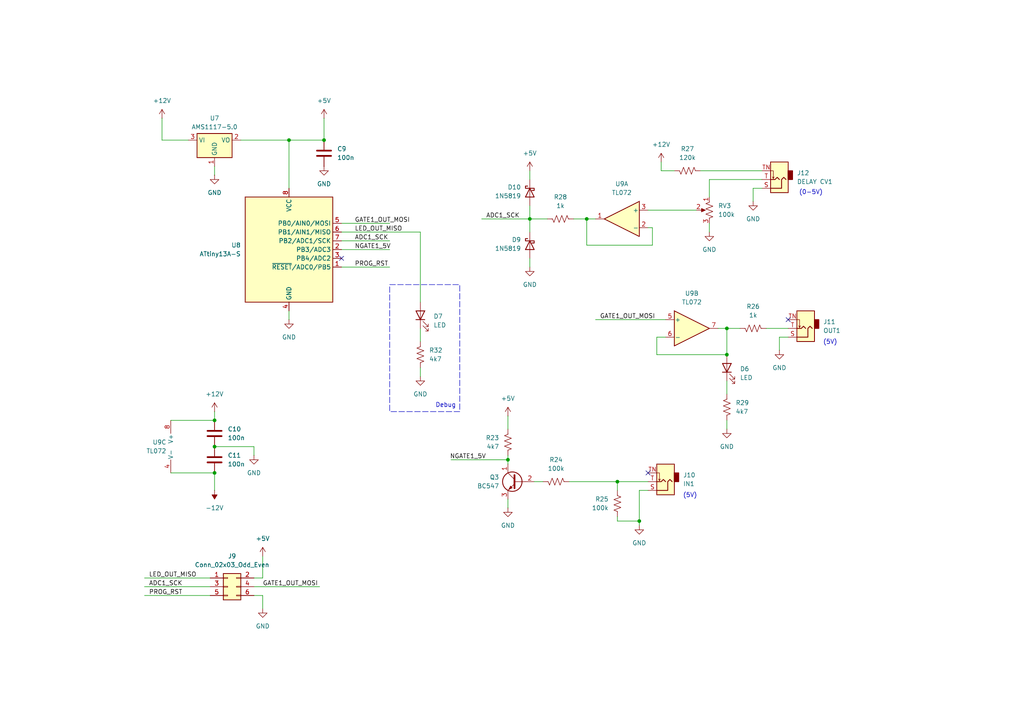
<source format=kicad_sch>
(kicad_sch (version 20250114) (generator "eeschema") (generator_version "9.0")
  (paper "A4")
  (lib_symbols
    (symbol "Amplifier_Operational:TL072" (pin_names (offset 0.127))
      (property "Reference" "U" (at 0 5.08 0))
      (property "Value" "TL072" (at 0 -5.08 0))
      (symbol "TL072_1_1"
        (polyline (pts (xy -5.08 5.08) (xy 5.08 0) (xy -5.08 -5.08) (xy -5.08 5.08)) (stroke (width 0.254)) (fill (type background)))
        (pin input line (at -7.62 2.54 0) (length 2.54) (name "+") (number "3"))
        (pin input line (at -7.62 -2.54 0) (length 2.54) (name "-") (number "2"))
        (pin output line (at 7.62 0 180) (length 2.54) (name "~") (number "1"))
      )
      (symbol "TL072_2_1"
        (polyline (pts (xy -5.08 5.08) (xy 5.08 0) (xy -5.08 -5.08) (xy -5.08 5.08)) (stroke (width 0.254)) (fill (type background)))
        (pin input line (at -7.62 2.54 0) (length 2.54) (name "+") (number "5"))
        (pin input line (at -7.62 -2.54 0) (length 2.54) (name "-") (number "6"))
        (pin output line (at 7.62 0 180) (length 2.54) (name "~") (number "7"))
      )
      (symbol "TL072_3_1"
        (pin power_in line (at -2.54 7.62 270) (length 3.81) (name "V+") (number "8"))
        (pin power_in line (at -2.54 -7.62 90) (length 3.81) (name "V-") (number "4"))
      )
    )
    (symbol "Connector_Audio:AudioJack2_SwitchT"
      (property "Reference" "J" (at 0 8.89 0))
      (property "Value" "AudioJack2_SwitchT" (at 0 6.35 0))
      (symbol "AudioJack2_SwitchT_0_1"
        (rectangle (start -2.54 0) (end -3.81 -2.54) (stroke (width 0.254)) (fill (type outline)))
        (polyline (pts (xy 0 0) (xy 0.635 -0.635) (xy 1.27 0) (xy 2.54 0)) (stroke (width 0.254)))
        (polyline (pts (xy 1.778 -0.254) (xy 2.032 -0.762)))
        (rectangle (start 2.54 3.81) (end -2.54 -5.08) (stroke (width 0.254)) (fill (type background)))
        (polyline (pts (xy 2.54 2.54) (xy -0.635 2.54) (xy -0.635 0) (xy -1.27 -0.635) (xy -1.905 0)) (stroke (width 0.254)))
        (polyline (pts (xy 2.54 -2.54) (xy 1.778 -2.54) (xy 1.778 -0.254) (xy 1.524 -0.762)))
      )
      (symbol "AudioJack2_SwitchT_1_1"
        (pin passive line (at 5.08 2.54 180) (length 2.54) (name "~") (number "S"))
        (pin passive line (at 5.08 0 180) (length 2.54) (name "~") (number "T"))
        (pin passive line (at 5.08 -2.54 180) (length 2.54) (name "~") (number "TN"))
      )
    )
    (symbol "Connector_Generic:Conn_02x03_Odd_Even" (pin_names (offset 1.016) (hide yes))
      (property "Reference" "J" (at 1.27 5.08 0))
      (property "Value" "Conn_02x03_Odd_Even" (at 1.27 -5.08 0))
      (symbol "Conn_02x03_Odd_Even_1_1"
        (rectangle (start -1.27 3.81) (end 3.81 -3.81) (stroke (width 0.254)) (fill (type background)))
        (rectangle (start -1.27 2.667) (end 0 2.413) (stroke (width 0.1524)))
        (rectangle (start -1.27 0.127) (end 0 -0.127) (stroke (width 0.1524)))
        (rectangle (start -1.27 -2.413) (end 0 -2.667) (stroke (width 0.1524)))
        (rectangle (start 3.81 2.667) (end 2.54 2.413) (stroke (width 0.1524)))
        (rectangle (start 3.81 0.127) (end 2.54 -0.127) (stroke (width 0.1524)))
        (rectangle (start 3.81 -2.413) (end 2.54 -2.667) (stroke (width 0.1524)))
        (pin passive line (at -5.08 2.54 0) (length 3.81) (name "Pin_1") (number "1"))
        (pin passive line (at -5.08 0 0) (length 3.81) (name "Pin_3") (number "3"))
        (pin passive line (at -5.08 -2.54 0) (length 3.81) (name "Pin_5") (number "5"))
        (pin passive line (at 7.62 2.54 180) (length 3.81) (name "Pin_2") (number "2"))
        (pin passive line (at 7.62 0 180) (length 3.81) (name "Pin_4") (number "4"))
        (pin passive line (at 7.62 -2.54 180) (length 3.81) (name "Pin_6") (number "6"))
      )
    )
    (symbol "Device:C" (pin_numbers (hide yes)) (pin_names (offset 0.254))
      (property "Reference" "C" (at 0.635 2.54 0))
      (property "Value" "C" (at 0.635 -2.54 0))
      (symbol "C_0_1"
        (polyline (pts (xy -2.032 0.762) (xy 2.032 0.762)) (stroke (width 0.508)))
        (polyline (pts (xy -2.032 -0.762) (xy 2.032 -0.762)) (stroke (width 0.508)))
      )
      (symbol "C_1_1"
        (pin passive line (at 0 3.81 270) (length 2.794) (name "~") (number "1"))
        (pin passive line (at 0 -3.81 90) (length 2.794) (name "~") (number "2"))
      )
    )
    (symbol "Device:LED" (pin_numbers (hide yes)) (pin_names (offset 1.016) (hide yes))
      (property "Reference" "D" (at 0 2.54 0))
      (property "Value" "LED" (at 0 -2.54 0))
      (symbol "LED_0_1"
        (polyline (pts (xy -3.048 -0.762) (xy -4.572 -2.286) (xy -3.81 -2.286) (xy -4.572 -2.286) (xy -4.572 -1.524)))
        (polyline (pts (xy -1.778 -0.762) (xy -3.302 -2.286) (xy -2.54 -2.286) (xy -3.302 -2.286) (xy -3.302 -1.524)))
        (polyline (pts (xy -1.27 0) (xy 1.27 0)))
        (polyline (pts (xy -1.27 -1.27) (xy -1.27 1.27)) (stroke (width 0.254)))
        (polyline (pts (xy 1.27 -1.27) (xy 1.27 1.27) (xy -1.27 0) (xy 1.27 -1.27)) (stroke (width 0.254)))
      )
      (symbol "LED_1_1"
        (pin passive line (at -3.81 0 0) (length 2.54) (name "K") (number "1"))
        (pin passive line (at 3.81 0 180) (length 2.54) (name "A") (number "2"))
      )
    )
    (symbol "Device:R_Potentiometer_US" (pin_names (offset 1.016) (hide yes))
      (property "Reference" "RV" (at -4.445 0 90))
      (property "Value" "R_Potentiometer_US" (at -2.54 0 90))
      (symbol "R_Potentiometer_US_0_1"
        (polyline (pts (xy 0 2.54) (xy 0 2.286)))
        (polyline (pts (xy 0 2.286) (xy 1.016 1.905) (xy 0 1.524) (xy -1.016 1.143) (xy 0 0.762)))
        (polyline (pts (xy 0 0.762) (xy 1.016 0.381) (xy 0 0) (xy -1.016 -0.381) (xy 0 -0.762)))
        (polyline (pts (xy 0 -0.762) (xy 1.016 -1.143) (xy 0 -1.524) (xy -1.016 -1.905) (xy 0 -2.286)))
        (polyline (pts (xy 0 -2.286) (xy 0 -2.54)))
        (polyline (pts (xy 1.143 0) (xy 2.286 0.508) (xy 2.286 -0.508) (xy 1.143 0)) (fill (type outline)))
        (polyline (pts (xy 2.54 0) (xy 1.524 0)))
      )
      (symbol "R_Potentiometer_US_1_1"
        (pin passive line (at 0 3.81 270) (length 1.27) (name "1") (number "1"))
        (pin passive line (at 0 -3.81 90) (length 1.27) (name "3") (number "3"))
        (pin passive line (at 3.81 0 180) (length 1.27) (name "2") (number "2"))
      )
    )
    (symbol "Device:R_US" (pin_numbers (hide yes)) (pin_names (offset 0))
      (property "Reference" "R" (at 2.54 0 90))
      (property "Value" "R_US" (at -2.54 0 90))
      (symbol "R_US_0_1"
        (polyline (pts (xy 0 2.286) (xy 0 2.54)))
        (polyline (pts (xy 0 2.286) (xy 1.016 1.905) (xy 0 1.524) (xy -1.016 1.143) (xy 0 0.762)))
        (polyline (pts (xy 0 0.762) (xy 1.016 0.381) (xy 0 0) (xy -1.016 -0.381) (xy 0 -0.762)))
        (polyline (pts (xy 0 -0.762) (xy 1.016 -1.143) (xy 0 -1.524) (xy -1.016 -1.905) (xy 0 -2.286)))
        (polyline (pts (xy 0 -2.286) (xy 0 -2.54)))
      )
      (symbol "R_US_1_1"
        (pin passive line (at 0 3.81 270) (length 1.27) (name "~") (number "1"))
        (pin passive line (at 0 -3.81 90) (length 1.27) (name "~") (number "2"))
      )
    )
    (symbol "Diode:1N5819" (pin_numbers (hide yes)) (pin_names (offset 1.016) (hide yes))
      (property "Reference" "D" (at 0 2.54 0))
      (property "Value" "1N5819" (at 0 -2.54 0))
      (symbol "1N5819_0_1"
        (polyline (pts (xy -1.905 0.635) (xy -1.905 1.27) (xy -1.27 1.27) (xy -1.27 -1.27) (xy -0.635 -1.27) (xy -0.635 -0.635)) (stroke (width 0.254)))
        (polyline (pts (xy 1.27 1.27) (xy 1.27 -1.27) (xy -1.27 0) (xy 1.27 1.27)) (stroke (width 0.254)))
        (polyline (pts (xy 1.27 0) (xy -1.27 0)))
      )
      (symbol "1N5819_1_1"
        (pin passive line (at -3.81 0 0) (length 2.54) (name "K") (number "1"))
        (pin passive line (at 3.81 0 180) (length 2.54) (name "A") (number "2"))
      )
    )
    (symbol "MCU_Microchip_ATtiny:ATtiny13A-S"
      (property "Reference" "U1" (at -13.97 1.2701 0))
      (property "Value" "ATtiny13A-S" (at -13.97 -1.2699 0))
      (symbol "ATtiny13A-S_0_1"
        (rectangle (start -12.7 15.24) (end 12.7 -15.24) (stroke (width 0.254)) (fill (type background)))
      )
      (symbol "ATtiny13A-S_1_1"
        (pin power_in line (at 0 17.78 270) (length 2.54) (name "VCC") (number "8"))
        (pin power_in line (at 0 -17.78 90) (length 2.54) (name "GND") (number "4"))
        (pin bidirectional line (at 15.24 7.62 180) (length 2.54) (name "PB0/AIN0/MOSI") (number "5"))
        (pin bidirectional line (at 15.24 5.08 180) (length 2.54) (name "PB1/AIN1/MISO") (number "6"))
        (pin bidirectional line (at 15.24 2.54 180) (length 2.54) (name "PB2/ADC1/SCK") (number "7"))
        (pin bidirectional line (at 15.24 0 180) (length 2.54) (name "PB3/ADC3") (number "2"))
        (pin bidirectional line (at 15.24 -2.54 180) (length 2.54) (name "PB4/ADC2") (number "3"))
        (pin bidirectional line (at 15.24 -5.08 180) (length 2.54) (name "~{RESET}/ADC0/PB5") (number "1"))
      )
    )
    (symbol "Regulator_Linear:AMS1117-5.0"
      (property "Reference" "U" (at -3.81 3.175 0))
      (property "Value" "AMS1117-5.0" (at 0 3.175 0))
      (symbol "AMS1117-5.0_0_1"
        (rectangle (start -5.08 -5.08) (end 5.08 1.905) (stroke (width 0.254)) (fill (type background)))
      )
      (symbol "AMS1117-5.0_1_1"
        (pin power_in line (at -7.62 0 0) (length 2.54) (name "VI") (number "3"))
        (pin power_in line (at 0 -7.62 90) (length 2.54) (name "GND") (number "1"))
        (pin power_out line (at 7.62 0 180) (length 2.54) (name "VO") (number "2"))
      )
    )
    (symbol "Transistor_BJT:BC547" (pin_names (offset 0) (hide yes))
      (property "Reference" "Q" (at 5.08 1.905 0))
      (property "Value" "BC547" (at 5.08 0 0))
      (symbol "BC547_0_1"
        (polyline (pts (xy -2.54 0) (xy 0.635 0)))
        (polyline (pts (xy 0.635 1.905) (xy 0.635 -1.905)) (stroke (width 0.508)))
        (circle (center 1.27 0) (radius 2.8194) (stroke (width 0.254)))
      )
      (symbol "BC547_1_1"
        (polyline (pts (xy 0.635 0.635) (xy 2.54 2.54)))
        (polyline (pts (xy 0.635 -0.635) (xy 2.54 -2.54)))
        (polyline (pts (xy 1.27 -1.778) (xy 1.778 -1.27) (xy 2.286 -2.286) (xy 1.27 -1.778)) (fill (type outline)))
        (pin input line (at -5.08 0 0) (length 2.54) (name "B") (number "2"))
        (pin passive line (at 2.54 5.08 270) (length 2.54) (name "C") (number "1"))
        (pin passive line (at 2.54 -5.08 90) (length 2.54) (name "E") (number "3"))
      )
    )
    (symbol "power:+12V" (power) (pin_numbers (hide yes)) (pin_names (offset 0) (hide yes))
      (property "Value" "+12V" (at 0 3.556 0))
      (symbol "+12V_0_1"
        (polyline (pts (xy -0.762 1.27) (xy 0 2.54)))
        (polyline (pts (xy 0 2.54) (xy 0.762 1.27)))
        (polyline (pts (xy 0 0) (xy 0 2.54)))
      )
      (symbol "+12V_1_1"
        (pin power_in line (at 0 0 90) (length 0) (name "~") (number "1"))
      )
    )
    (symbol "power:+5V" (power) (pin_numbers (hide yes)) (pin_names (offset 0) (hide yes))
      (property "Value" "+5V" (at 0 3.556 0))
      (symbol "+5V_0_1"
        (polyline (pts (xy -0.762 1.27) (xy 0 2.54)))
        (polyline (pts (xy 0 2.54) (xy 0.762 1.27)))
        (polyline (pts (xy 0 0) (xy 0 2.54)))
      )
      (symbol "+5V_1_1"
        (pin power_in line (at 0 0 90) (length 0) (name "~") (number "1"))
      )
    )
    (symbol "power:-12V" (power) (pin_numbers (hide yes)) (pin_names (offset 0) (hide yes))
      (property "Value" "-12V" (at 0 3.556 0))
      (symbol "-12V_0_0"
        (pin power_in line (at 0 0 90) (length 0) (name "~") (number "1"))
      )
      (symbol "-12V_0_1"
        (polyline (pts (xy 0 0) (xy 0 1.27) (xy 0.762 1.27) (xy 0 2.54) (xy -0.762 1.27) (xy 0 1.27)) (fill (type outline)))
      )
    )
    (symbol "power:GND" (power) (pin_numbers (hide yes)) (pin_names (offset 0) (hide yes))
      (property "Value" "GND" (at 0 -3.81 0))
      (symbol "GND_0_1"
        (polyline (pts (xy 0 0) (xy 0 -1.27) (xy 1.27 -1.27) (xy 0 -2.54) (xy -1.27 -1.27) (xy 0 -1.27)))
      )
      (symbol "GND_1_1"
        (pin power_in line (at 0 0 270) (length 0) (name "~") (number "1"))
      )
    )
  )
  (rectangle (start 113.03 82.55) (end 133.35 119.38) (stroke (width 0) (type dash)))
  (text "(0-5V)" (at 235.204 55.88 0) (effects (font (size 1.27 1.27))))
  (text "Debug" (at 129.286 117.602 0) (effects (font (size 1.27 1.27))))
  (text "(5V)" (at 240.792 99.314 0) (effects (font (size 1.27 1.27))))
  (text "(5V)" (at 200.152 143.764 0) (effects (font (size 1.27 1.27))))
  (junction (at 62.23 121.92))
  (junction (at 210.82 95.25))
  (junction (at 147.32 133.35))
  (junction (at 62.23 137.16))
  (junction (at 62.23 129.54))
  (junction (at 153.67 63.5))
  (junction (at 179.07 139.7))
  (junction (at 210.82 102.87))
  (junction (at 170.18 63.5))
  (junction (at 185.42 151.13))
  (junction (at 83.82 40.64))
  (junction (at 93.98 40.64))
  (no_connect (at 99.06 74.93))
  (no_connect (at 228.6 92.71))
  (no_connect (at 187.96 137.16))
  (wire (pts (xy 210.82 102.87) (xy 210.82 95.25)))
  (wire (pts (xy 73.66 172.72) (xy 76.2 172.72)))
  (wire (pts (xy 185.42 151.13) (xy 185.42 142.24)))
  (wire (pts (xy 218.44 54.61) (xy 220.98 54.61)))
  (wire (pts (xy 205.74 52.07) (xy 220.98 52.07)))
  (wire (pts (xy 226.06 101.6) (xy 226.06 97.79)))
  (wire (pts (xy 121.92 67.31) (xy 121.92 87.63)))
  (wire (pts (xy 153.67 59.69) (xy 153.67 63.5)))
  (wire (pts (xy 189.23 66.04) (xy 187.96 66.04)))
  (wire (pts (xy 153.67 63.5) (xy 158.75 63.5)))
  (wire (pts (xy 99.06 69.85) (xy 113.03 69.85)))
  (wire (pts (xy 147.32 133.35) (xy 147.32 134.62)))
  (wire (pts (xy 73.66 167.64) (xy 76.2 167.64)))
  (wire (pts (xy 191.77 46.99) (xy 191.77 49.53)))
  (wire (pts (xy 179.07 139.7) (xy 179.07 142.24)))
  (wire (pts (xy 157.48 139.7) (xy 154.94 139.7)))
  (wire (pts (xy 190.5 102.87) (xy 210.82 102.87)))
  (wire (pts (xy 62.23 129.54) (xy 73.66 129.54)))
  (wire (pts (xy 214.63 95.25) (xy 210.82 95.25)))
  (wire (pts (xy 83.82 40.64) (xy 83.82 54.61)))
  (wire (pts (xy 172.72 63.5) (xy 170.18 63.5)))
  (wire (pts (xy 166.37 63.5) (xy 170.18 63.5)))
  (wire (pts (xy 49.53 137.16) (xy 62.23 137.16)))
  (wire (pts (xy 222.25 95.25) (xy 228.6 95.25)))
  (wire (pts (xy 93.98 34.29) (xy 93.98 40.64)))
  (wire (pts (xy 147.32 132.08) (xy 147.32 133.35)))
  (wire (pts (xy 153.67 63.5) (xy 153.67 67.31)))
  (wire (pts (xy 172.72 92.71) (xy 193.04 92.71)))
  (wire (pts (xy 49.53 121.92) (xy 62.23 121.92)))
  (wire (pts (xy 226.06 97.79) (xy 228.6 97.79)))
  (wire (pts (xy 179.07 139.7) (xy 187.96 139.7)))
  (wire (pts (xy 99.06 77.47) (xy 113.03 77.47)))
  (wire (pts (xy 179.07 149.86) (xy 179.07 151.13)))
  (wire (pts (xy 205.74 57.15) (xy 205.74 52.07)))
  (wire (pts (xy 121.92 106.68) (xy 121.92 109.22)))
  (wire (pts (xy 147.32 144.78) (xy 147.32 147.32)))
  (wire (pts (xy 62.23 119.38) (xy 62.23 121.92)))
  (wire (pts (xy 185.42 152.4) (xy 185.42 151.13)))
  (wire (pts (xy 170.18 71.12) (xy 189.23 71.12)))
  (wire (pts (xy 46.99 40.64) (xy 54.61 40.64)))
  (wire (pts (xy 205.74 64.77) (xy 205.74 67.31)))
  (wire (pts (xy 121.92 95.25) (xy 121.92 99.06)))
  (wire (pts (xy 99.06 64.77) (xy 113.03 64.77)))
  (wire (pts (xy 190.5 97.79) (xy 190.5 102.87)))
  (wire (pts (xy 41.91 172.72) (xy 60.96 172.72)))
  (wire (pts (xy 76.2 172.72) (xy 76.2 176.53)))
  (wire (pts (xy 62.23 137.16) (xy 62.23 142.24)))
  (wire (pts (xy 147.32 124.46) (xy 147.32 120.65)))
  (wire (pts (xy 41.91 167.64) (xy 60.96 167.64)))
  (wire (pts (xy 193.04 97.79) (xy 190.5 97.79)))
  (wire (pts (xy 76.2 161.29) (xy 76.2 167.64)))
  (wire (pts (xy 203.2 49.53) (xy 220.98 49.53)))
  (wire (pts (xy 210.82 95.25) (xy 208.28 95.25)))
  (wire (pts (xy 165.1 139.7) (xy 179.07 139.7)))
  (wire (pts (xy 83.82 90.17) (xy 83.82 92.71)))
  (wire (pts (xy 189.23 71.12) (xy 189.23 66.04)))
  (wire (pts (xy 139.7 63.5) (xy 153.67 63.5)))
  (wire (pts (xy 191.77 49.53) (xy 195.58 49.53)))
  (wire (pts (xy 93.98 40.64) (xy 83.82 40.64)))
  (wire (pts (xy 41.91 170.18) (xy 60.96 170.18)))
  (wire (pts (xy 218.44 58.42) (xy 218.44 54.61)))
  (wire (pts (xy 73.66 170.18) (xy 92.71 170.18)))
  (wire (pts (xy 187.96 60.96) (xy 201.93 60.96)))
  (wire (pts (xy 99.06 72.39) (xy 113.03 72.39)))
  (wire (pts (xy 99.06 67.31) (xy 121.92 67.31)))
  (wire (pts (xy 210.82 121.92) (xy 210.82 124.46)))
  (wire (pts (xy 73.66 129.54) (xy 73.66 132.08)))
  (wire (pts (xy 153.67 49.53) (xy 153.67 52.07)))
  (wire (pts (xy 170.18 63.5) (xy 170.18 71.12)))
  (wire (pts (xy 153.67 74.93) (xy 153.67 77.47)))
  (wire (pts (xy 147.32 133.35) (xy 130.81 133.35)))
  (wire (pts (xy 179.07 151.13) (xy 185.42 151.13)))
  (wire (pts (xy 210.82 110.49) (xy 210.82 114.3)))
  (wire (pts (xy 62.23 48.26) (xy 62.23 50.8)))
  (wire (pts (xy 69.85 40.64) (xy 83.82 40.64)))
  (wire (pts (xy 185.42 142.24) (xy 187.96 142.24)))
  (wire (pts (xy 46.99 34.29) (xy 46.99 40.64)))
  (label "LED_OUT_MISO" (at 43.18 167.64 0))
  (label "ADC1_SCK" (at 140.97 63.5 0))
  (label "ADC1_SCK" (at 102.87 69.85 0))
  (label "GATE1_OUT_MOSI" (at 102.87 64.77 0))
  (label "ADC1_SCK" (at 43.18 170.18 0))
  (label "NGATE1_5V" (at 102.87 72.39 0))
  (label "PROG_RST" (at 43.18 172.72 0))
  (label "GATE1_OUT_MOSI" (at 76.2 170.18 0))
  (label "PROG_RST" (at 102.87 77.47 0))
  (label "GATE1_OUT_MOSI" (at 173.99 92.71 0))
  (label "LED_OUT_MISO" (at 102.87 67.31 0))
  (label "NGATE1_5V" (at 140.97 133.35 180))
  (symbol (lib_id "Connector_Generic:Conn_02x03_Odd_Even") (at 66.04 170.18 0) (unit 1)
    (property "Reference" "J9" (at 67.31 161.29 0))
    (property "Value" "Conn_02x03_Odd_Even" (at 67.31 163.83 0))
    (property "Description" "Generic connector, double row, 02x03, odd/even pin numbering scheme (row 1 odd numbers, row 2 even numbers), script generated (kicad-library-utils/schlib/autogen/connector/)" (effects (hide yes)))
  )
  (symbol (lib_id "power:GND") (at 76.2 176.53 0) (unit 1)
    (property "Reference" "#PWR042" (effects (hide yes)))
    (property "Value" "GND" (at 76.2 181.61 0))
    (property "Description" "Power symbol creates a global label with name \"GND\" , ground" (effects (hide yes)))
  )
  (symbol (lib_id "power:GND") (at 185.42 152.4 0) (mirror y) (unit 1)
    (property "Reference" "#PWR045" (effects (hide yes)))
    (property "Value" "GND" (at 185.42 157.48 0))
    (property "Description" "Power symbol creates a global label with name \"GND\" , ground" (effects (hide yes)))
  )
  (symbol (lib_id "Device:R_US") (at 199.39 49.53 90) (mirror x) (unit 1)
    (property "Reference" "R27" (at 199.39 43.18 90))
    (property "Value" "120k" (at 199.39 45.72 90))
    (property "Description" "Resistor, US symbol" (effects (hide yes)))
  )
  (symbol (lib_id "Connector_Audio:AudioJack2_SwitchT") (at 193.04 139.7 180) (unit 1)
    (property "Reference" "J10" (at 198.12 137.7949 0) (effects (justify right)))
    (property "Value" "IN1" (at 198.12 140.3349 0) (effects (justify right)))
    (property "Description" "Audio Jack, 2 Poles (Mono / TS), Switched T Pole (Normalling)" (effects (hide yes)))
  )
  (symbol (lib_id "Diode:1N5819") (at 153.67 55.88 90) (mirror x) (unit 1)
    (property "Reference" "D10" (at 151.13 54.2924 90) (effects (justify left)))
    (property "Value" "1N5819" (at 151.13 56.8324 90) (effects (justify left)))
    (property "Footprint" "Diode_THT:D_DO-41_SOD81_P10.16mm_Horizontal" (effects (hide yes)))
    (property "Datasheet" "http://www.vishay.com/docs/88525/1n5817.pdf" (effects (hide yes)))
    (property "Description" "40V 1A Schottky Barrier Rectifier Diode, DO-41" (effects (hide yes)))
  )
  (symbol (lib_id "Transistor_BJT:BC547") (at 149.86 139.7 0) (mirror y) (unit 1)
    (property "Reference" "Q3" (at 144.78 138.4299 0) (effects (justify left)))
    (property "Value" "BC547" (at 144.78 140.9699 0) (effects (justify left)))
    (property "Footprint" "Package_TO_SOT_THT:TO-92_Inline" (effects (hide yes)))
    (property "Datasheet" "https://www.onsemi.com/pub/Collateral/BC550-D.pdf" (effects (hide yes)))
    (property "Description" "0.1A Ic, 45V Vce, Small Signal NPN Transistor, TO-92" (effects (hide yes)))
  )
  (symbol (lib_id "power:GND") (at 210.82 124.46 0) (mirror y) (unit 1)
    (property "Reference" "#PWR051" (effects (hide yes)))
    (property "Value" "GND" (at 210.82 129.54 0))
    (property "Description" "Power symbol creates a global label with name \"GND\" , ground" (effects (hide yes)))
  )
  (symbol (lib_id "power:+5V") (at 93.98 34.29 0) (unit 1)
    (property "Reference" "#PWR034" (effects (hide yes)))
    (property "Value" "+5V" (at 93.98 29.21 0))
    (property "Description" "Power symbol creates a global label with name \"+5V\"" (effects (hide yes)))
  )
  (symbol (lib_id "power:+5V") (at 76.2 161.29 0) (unit 1)
    (property "Reference" "#PWR041" (effects (hide yes)))
    (property "Value" "+5V" (at 76.2 156.21 0))
    (property "Description" "Power symbol creates a global label with name \"+5V\"" (effects (hide yes)))
  )
  (symbol (lib_id "Amplifier_Operational:TL072") (at 52.07 129.54 0) (unit 3)
    (property "Reference" "U9" (at 48.26 128.2699 0) (effects (justify right)))
    (property "Value" "TL072" (at 48.26 130.8099 0) (effects (justify right)))
    (property "Datasheet" "http://www.ti.com/lit/ds/symlink/tl071.pdf" (effects (hide yes)))
    (property "Description" "Dual Low-Noise JFET-Input Operational Amplifiers, DIP-8/SOIC-8" (effects (hide yes)))
  )
  (symbol (lib_id "Device:C") (at 62.23 133.35 0) (unit 1)
    (property "Reference" "C11" (at 66.04 132.0799 0) (effects (justify left)))
    (property "Value" "100n" (at 66.04 134.6199 0) (effects (justify left)))
    (property "Description" "Unpolarized capacitor" (effects (hide yes)))
  )
  (symbol (lib_id "Device:C") (at 62.23 125.73 0) (unit 1)
    (property "Reference" "C10" (at 66.04 124.4599 0) (effects (justify left)))
    (property "Value" "100n" (at 66.04 126.9999 0) (effects (justify left)))
    (property "Description" "Unpolarized capacitor" (effects (hide yes)))
  )
  (symbol (lib_id "Amplifier_Operational:TL072") (at 180.34 63.5 0) (mirror y) (unit 1)
    (property "Reference" "U9" (at 180.34 53.34 0))
    (property "Value" "TL072" (at 180.34 55.88 0))
    (property "Datasheet" "http://www.ti.com/lit/ds/symlink/tl071.pdf" (effects (hide yes)))
    (property "Description" "Dual Low-Noise JFET-Input Operational Amplifiers, DIP-8/SOIC-8" (effects (hide yes)))
  )
  (symbol (lib_id "power:GND") (at 147.32 147.32 0) (mirror y) (unit 1)
    (property "Reference" "#PWR044" (effects (hide yes)))
    (property "Value" "GND" (at 147.32 152.4 0))
    (property "Description" "Power symbol creates a global label with name \"GND\" , ground" (effects (hide yes)))
  )
  (symbol (lib_id "power:GND") (at 62.23 50.8 0) (unit 1)
    (property "Reference" "#PWR036" (effects (hide yes)))
    (property "Value" "GND" (at 62.23 55.88 0))
    (property "Description" "Power symbol creates a global label with name \"GND\" , ground" (effects (hide yes)))
  )
  (symbol (lib_id "power:+12V") (at 46.99 34.29 0) (unit 1)
    (property "Reference" "#PWR033" (effects (hide yes)))
    (property "Value" "+12V" (at 46.99 29.21 0))
    (property "Description" "Power symbol creates a global label with name \"+12V\"" (effects (hide yes)))
  )
  (symbol (lib_id "Device:LED") (at 121.92 91.44 90) (unit 1)
    (property "Reference" "D7" (at 125.73 91.7574 90) (effects (justify right)))
    (property "Value" "LED" (at 125.73 94.2974 90) (effects (justify right)))
    (property "Description" "Light emitting diode" (effects (hide yes)))
    (property "Sim.Pins" "1=K 2=A" (effects (hide yes)))
  )
  (symbol (lib_id "MCU_Microchip_ATtiny:ATtiny13A-S") (at 83.82 72.39 0) (unit 1)
    (property "Reference" "U8" (at 69.85 71.1199 0) (effects (justify right)))
    (property "Value" "ATtiny13A-S" (at 69.85 73.6599 0) (effects (justify right)))
    (property "Footprint" "Package_SO:SOIC-8_5.3x5.3mm_P1.27mm" (effects (hide yes)))
    (property "Datasheet" "https://ww1.microchip.com/downloads/aemDocuments/documents/MCU08/ProductDocuments/DataSheets/ATtiny13A-Data-Sheet-DS40002307A.pdf" (effects (hide yes)))
    (property "Description" "20MHz, 1kB Flash, 64B SRAM, 64B EEPROM, debugWIRE, SOIC-8 (208 mil)" (effects (hide yes)))
  )
  (symbol (lib_id "power:+5V") (at 147.32 120.65 0) (mirror y) (unit 1)
    (property "Reference" "#PWR043" (effects (hide yes)))
    (property "Value" "+5V" (at 147.32 115.57 0))
    (property "Description" "Power symbol creates a global label with name \"+5V\"" (effects (hide yes)))
  )
  (symbol (lib_id "Diode:1N5819") (at 153.67 71.12 90) (mirror x) (unit 1)
    (property "Reference" "D9" (at 151.13 69.5324 90) (effects (justify left)))
    (property "Value" "1N5819" (at 151.13 72.0724 90) (effects (justify left)))
    (property "Footprint" "Diode_THT:D_DO-41_SOD81_P10.16mm_Horizontal" (effects (hide yes)))
    (property "Datasheet" "http://www.vishay.com/docs/88525/1n5817.pdf" (effects (hide yes)))
    (property "Description" "40V 1A Schottky Barrier Rectifier Diode, DO-41" (effects (hide yes)))
  )
  (symbol (lib_id "Device:R_US") (at 218.44 95.25 270) (mirror x) (unit 1)
    (property "Reference" "R26" (at 218.44 88.9 90))
    (property "Value" "1k" (at 218.44 91.44 90))
    (property "Description" "Resistor, US symbol" (effects (hide yes)))
  )
  (symbol (lib_id "power:GND") (at 73.66 132.08 0) (unit 1)
    (property "Reference" "#PWR039" (effects (hide yes)))
    (property "Value" "GND" (at 73.66 137.16 0))
    (property "Description" "Power symbol creates a global label with name \"GND\" , ground" (effects (hide yes)))
  )
  (symbol (lib_id "power:+12V") (at 191.77 46.99 0) (unit 1)
    (property "Reference" "#PWR047" (effects (hide yes)))
    (property "Value" "+12V" (at 191.77 41.91 0))
    (property "Description" "Power symbol creates a global label with name \"+12V\"" (effects (hide yes)))
  )
  (symbol (lib_id "Device:R_US") (at 121.92 102.87 0) (mirror y) (unit 1)
    (property "Reference" "R32" (at 124.46 101.5999 0) (effects (justify right)))
    (property "Value" "4k7" (at 124.46 104.1399 0) (effects (justify right)))
    (property "Description" "Resistor, US symbol" (effects (hide yes)))
  )
  (symbol (lib_id "power:GND") (at 218.44 58.42 0) (mirror y) (unit 1)
    (property "Reference" "#PWR049" (effects (hide yes)))
    (property "Value" "GND" (at 218.44 63.5 0))
    (property "Description" "Power symbol creates a global label with name \"GND\" , ground" (effects (hide yes)))
  )
  (symbol (lib_id "Device:R_US") (at 162.56 63.5 90) (mirror x) (unit 1)
    (property "Reference" "R28" (at 162.56 57.15 90))
    (property "Value" "1k" (at 162.56 59.69 90))
    (property "Description" "Resistor, US symbol" (effects (hide yes)))
  )
  (symbol (lib_id "Device:LED") (at 210.82 106.68 90) (unit 1)
    (property "Reference" "D6" (at 214.63 106.9974 90) (effects (justify right)))
    (property "Value" "LED" (at 214.63 109.5374 90) (effects (justify right)))
    (property "Description" "Light emitting diode" (effects (hide yes)))
    (property "Sim.Pins" "1=K 2=A" (effects (hide yes)))
  )
  (symbol (lib_id "Device:R_US") (at 210.82 118.11 0) (mirror y) (unit 1)
    (property "Reference" "R29" (at 213.36 116.8399 0) (effects (justify right)))
    (property "Value" "4k7" (at 213.36 119.3799 0) (effects (justify right)))
    (property "Description" "Resistor, US symbol" (effects (hide yes)))
  )
  (symbol (lib_id "power:-12V") (at 62.23 142.24 180) (unit 1)
    (property "Reference" "#PWR040" (effects (hide yes)))
    (property "Value" "-12V" (at 62.23 147.32 0))
    (property "Description" "Power symbol creates a global label with name \"-12V\"" (effects (hide yes)))
  )
  (symbol (lib_id "Device:R_US") (at 147.32 128.27 0) (mirror y) (unit 1)
    (property "Reference" "R23" (at 144.78 126.9999 0) (effects (justify left)))
    (property "Value" "4k7" (at 144.78 129.5399 0) (effects (justify left)))
    (property "Description" "Resistor, US symbol" (effects (hide yes)))
  )
  (symbol (lib_id "power:+5V") (at 153.67 49.53 0) (unit 1)
    (property "Reference" "#PWR048" (effects (hide yes)))
    (property "Value" "+5V" (at 153.67 44.45 0))
    (property "Description" "Power symbol creates a global label with name \"+5V\"" (effects (hide yes)))
  )
  (symbol (lib_id "Connector_Audio:AudioJack2_SwitchT") (at 233.68 95.25 180) (unit 1)
    (property "Reference" "J11" (at 238.76 93.3449 0) (effects (justify right)))
    (property "Value" "OUT1" (at 238.76 95.8849 0) (effects (justify right)))
    (property "Description" "Audio Jack, 2 Poles (Mono / TS), Switched T Pole (Normalling)" (effects (hide yes)))
  )
  (symbol (lib_id "power:GND") (at 205.74 67.31 0) (mirror y) (unit 1)
    (property "Reference" "#PWR053" (effects (hide yes)))
    (property "Value" "GND" (at 205.74 72.39 0))
    (property "Description" "Power symbol creates a global label with name \"GND\" , ground" (effects (hide yes)))
  )
  (symbol (lib_id "power:GND") (at 121.92 109.22 0) (mirror y) (unit 1)
    (property "Reference" "#PWR052" (effects (hide yes)))
    (property "Value" "GND" (at 121.92 114.3 0))
    (property "Description" "Power symbol creates a global label with name \"GND\" , ground" (effects (hide yes)))
  )
  (symbol (lib_id "power:+12V") (at 62.23 119.38 0) (unit 1)
    (property "Reference" "#PWR038" (effects (hide yes)))
    (property "Value" "+12V" (at 62.23 114.3 0))
    (property "Description" "Power symbol creates a global label with name \"+12V\"" (effects (hide yes)))
  )
  (symbol (lib_id "power:GND") (at 153.67 77.47 0) (unit 1)
    (property "Reference" "#PWR050" (effects (hide yes)))
    (property "Value" "GND" (at 153.67 82.55 0))
    (property "Description" "Power symbol creates a global label with name \"GND\" , ground" (effects (hide yes)))
  )
  (symbol (lib_id "Device:C") (at 93.98 44.45 0) (unit 1)
    (property "Reference" "C9" (at 97.79 43.1799 0) (effects (justify left)))
    (property "Value" "100n" (at 97.79 45.7199 0) (effects (justify left)))
    (property "Description" "Unpolarized capacitor" (effects (hide yes)))
  )
  (symbol (lib_id "Device:R_Potentiometer_US") (at 205.74 60.96 0) (mirror y) (unit 1)
    (property "Reference" "RV3" (at 208.28 59.6899 0) (effects (justify right)))
    (property "Value" "100k" (at 208.28 62.2299 0) (effects (justify right)))
    (property "Description" "Potentiometer, US symbol" (effects (hide yes)))
  )
  (symbol (lib_id "Device:R_US") (at 161.29 139.7 270) (mirror x) (unit 1)
    (property "Reference" "R24" (at 161.29 133.35 90))
    (property "Value" "100k" (at 161.29 135.89 90))
    (property "Description" "Resistor, US symbol" (effects (hide yes)))
  )
  (symbol (lib_id "Amplifier_Operational:TL072") (at 200.66 95.25 0) (unit 2)
    (property "Reference" "U9" (at 200.66 85.09 0))
    (property "Value" "TL072" (at 200.66 87.63 0))
    (property "Datasheet" "http://www.ti.com/lit/ds/symlink/tl071.pdf" (effects (hide yes)))
    (property "Description" "Dual Low-Noise JFET-Input Operational Amplifiers, DIP-8/SOIC-8" (effects (hide yes)))
  )
  (symbol (lib_id "Regulator_Linear:AMS1117-5.0") (at 62.23 40.64 0) (unit 1)
    (property "Reference" "U7" (at 62.23 34.29 0))
    (property "Value" "AMS1117-5.0" (at 62.23 36.83 0))
    (property "Footprint" "Package_TO_SOT_SMD:SOT-223-3_TabPin2" (effects (hide yes)))
    (property "Datasheet" "http://www.advanced-monolithic.com/pdf/ds1117.pdf" (effects (hide yes)))
    (property "Description" "1A Low Dropout regulator, positive, 5.0V fixed output, SOT-223" (effects (hide yes)))
  )
  (symbol (lib_id "Connector_Audio:AudioJack2_SwitchT") (at 226.06 52.07 180) (unit 1)
    (property "Reference" "J12" (at 231.14 50.1649 0) (effects (justify right)))
    (property "Value" "DELAY CV1" (at 231.14 52.7049 0) (effects (justify right)))
    (property "Description" "Audio Jack, 2 Poles (Mono / TS), Switched T Pole (Normalling)" (effects (hide yes)))
  )
  (symbol (lib_id "Device:R_US") (at 179.07 146.05 0) (unit 1)
    (property "Reference" "R25" (at 176.53 144.7799 0) (effects (justify right)))
    (property "Value" "100k" (at 176.53 147.3199 0) (effects (justify right)))
    (property "Description" "Resistor, US symbol" (effects (hide yes)))
  )
  (symbol (lib_id "power:GND") (at 83.82 92.71 0) (unit 1)
    (property "Reference" "#PWR037" (effects (hide yes)))
    (property "Value" "GND" (at 83.82 97.79 0))
    (property "Description" "Power symbol creates a global label with name \"GND\" , ground" (effects (hide yes)))
  )
  (symbol (lib_id "power:GND") (at 93.98 48.26 0) (unit 1)
    (property "Reference" "#PWR035" (effects (hide yes)))
    (property "Value" "GND" (at 93.98 53.34 0))
    (property "Description" "Power symbol creates a global label with name \"GND\" , ground" (effects (hide yes)))
  )
  (symbol (lib_id "power:GND") (at 226.06 101.6 0) (mirror y) (unit 1)
    (property "Reference" "#PWR046" (effects (hide yes)))
    (property "Value" "GND" (at 226.06 106.68 0))
    (property "Description" "Power symbol creates a global label with name \"GND\" , ground" (effects (hide yes)))
  )
)
</source>
